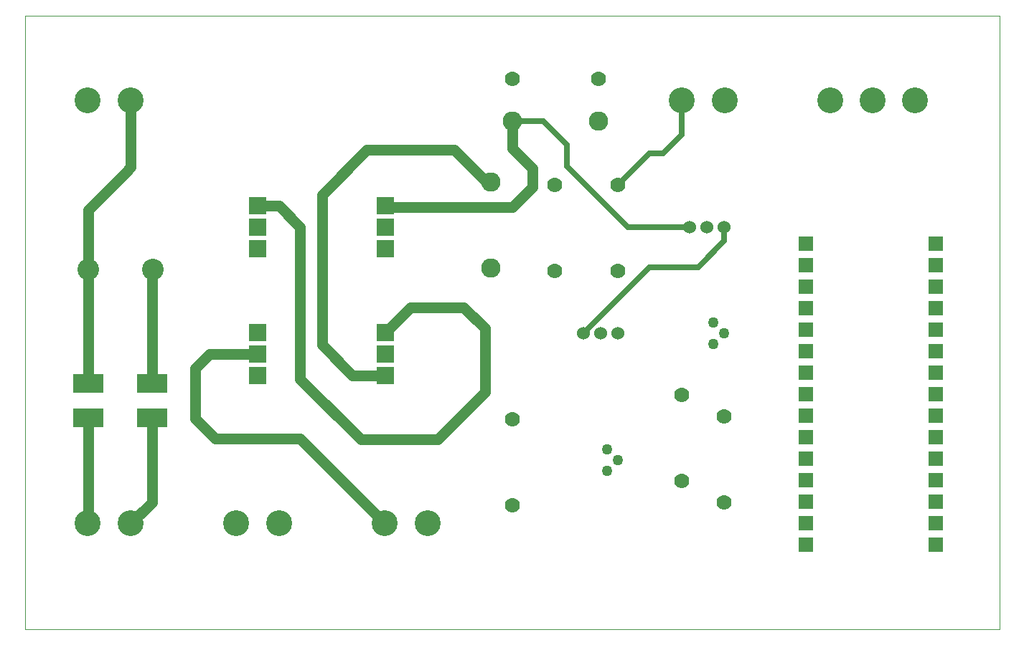
<source format=gbr>
G04 PROTEUS GERBER X2 FILE*
%TF.GenerationSoftware,Labcenter,Proteus,8.15-SP1-Build34318*%
%TF.CreationDate,2023-11-28T19:51:24+00:00*%
%TF.FileFunction,Copper,L1,Top*%
%TF.FilePolarity,Positive*%
%TF.Part,Single*%
%TF.SameCoordinates,{4b54416f-b8ac-4c38-86d9-f2280a18938b}*%
%FSLAX45Y45*%
%MOMM*%
G01*
%TA.AperFunction,Conductor*%
%ADD10C,1.270000*%
%ADD11C,0.635000*%
%TA.AperFunction,ComponentPad*%
%ADD12C,3.048000*%
%TA.AperFunction,ComponentPad*%
%ADD13C,1.778000*%
%TA.AperFunction,ComponentPad*%
%ADD14C,1.270000*%
%ADD15C,1.524000*%
%TA.AperFunction,ComponentPad*%
%ADD16C,2.286000*%
%TA.AperFunction,ComponentPad*%
%ADD17R,2.032000X2.032000*%
%TA.AperFunction,SMDPad,CuDef*%
%ADD18R,3.606800X2.260600*%
%TA.AperFunction,ComponentPad*%
%ADD19R,1.778000X1.778000*%
%TA.AperFunction,ComponentPad*%
%ADD70C,2.540000*%
%TA.AperFunction,Profile*%
%ADD71C,0.101600*%
%TD.AperFunction*%
D10*
X-2500000Y+2750000D02*
X-2500000Y+1508000D01*
X-2508000Y+1500000D01*
X-1750000Y+2750000D02*
X-1750000Y+1750000D01*
X-2000000Y+1500000D01*
X+1000000Y+3246000D02*
X+617334Y+3246000D01*
X+605080Y+3258254D01*
X+255662Y+3607672D01*
X+255662Y+4944867D01*
X+255662Y+5381640D01*
X+786508Y+5912486D01*
X+1814604Y+5912486D01*
X+1848202Y+5878888D01*
X+2195090Y+5532000D01*
X+2250000Y+5532000D01*
X+1000000Y+3754000D02*
X+1298380Y+4052380D01*
X+1928677Y+4052380D01*
X+2177301Y+3803756D01*
X+2177301Y+3051165D01*
X+1619576Y+2493440D01*
X+712434Y+2493440D01*
X+0Y+3205874D01*
X+0Y+5000000D01*
X-250000Y+5250000D01*
X-500000Y+5250000D01*
X+992000Y+1500000D02*
X-8000Y+2500000D01*
X-1000000Y+2500000D01*
X-1236243Y+2736243D01*
X-1236243Y+2836138D01*
X-1236243Y+3333386D01*
X-1068253Y+3501376D01*
X-501376Y+3501376D01*
X-500000Y+3500000D01*
D11*
X+3343600Y+3750000D02*
X+4121695Y+4528095D01*
X+4693492Y+4528095D01*
X+5000000Y+4834603D01*
X+5000000Y+5000000D01*
D10*
X-2500000Y+4500000D02*
X-2500000Y+3150000D01*
X-1750000Y+3150000D02*
X-1750000Y+4488000D01*
X-1738000Y+4500000D01*
X-2500000Y+4500000D02*
X-2500000Y+5206586D01*
X-2059682Y+5646904D01*
X-2000000Y+5706586D01*
X-2000000Y+6500000D01*
D11*
X+3750000Y+5500000D02*
X+4118650Y+5868650D01*
X+4280238Y+5868650D01*
X+4500000Y+6088412D01*
X+4500000Y+6500000D01*
D10*
X+2500000Y+6250000D02*
X+2500000Y+5932964D01*
X+2739313Y+5693651D01*
X+2739313Y+5471905D01*
X+2725874Y+5458466D01*
X+2504128Y+5236720D01*
X+2436932Y+5236720D01*
X+1017280Y+5236720D01*
X+1000000Y+5254000D01*
D11*
X+4593600Y+5000000D02*
X+3863017Y+5000000D01*
X+3142487Y+5720530D01*
X+3142487Y+5975874D01*
X+3122329Y+5996032D01*
X+2868361Y+6250000D01*
X+2500000Y+6250000D01*
D12*
X+7250000Y+6500000D03*
X+6749620Y+6500000D03*
X+6249240Y+6500000D03*
D13*
X+5000000Y+1750000D03*
X+5000000Y+2766000D03*
X+4500000Y+2000000D03*
X+4500000Y+3016000D03*
D14*
X+4873000Y+3623000D03*
X+5000000Y+3750000D03*
X+4873000Y+3877000D03*
X+3623000Y+2123000D03*
X+3750000Y+2250000D03*
X+3623000Y+2377000D03*
D15*
X+4593600Y+5000000D03*
X+4796800Y+5000000D03*
X+5000000Y+5000000D03*
D12*
X+4500000Y+6500000D03*
X+5008000Y+6500000D03*
D13*
X+3750000Y+5500000D03*
X+3750000Y+4484000D03*
X+2500000Y+6750000D03*
X+3516000Y+6750000D03*
D16*
X+3516000Y+6250000D03*
X+2500000Y+6250000D03*
D15*
X+3750000Y+3750000D03*
X+3546800Y+3750000D03*
X+3343600Y+3750000D03*
D13*
X+2500000Y+2734000D03*
X+2500000Y+1718000D03*
X+3000000Y+5500000D03*
X+3000000Y+4484000D03*
D16*
X+2250000Y+5532000D03*
X+2250000Y+4516000D03*
D17*
X+1000000Y+5254000D03*
X+1000000Y+5000000D03*
X+1000000Y+4746000D03*
X+1000000Y+3754000D03*
X+1000000Y+3500000D03*
X+1000000Y+3246000D03*
X-500000Y+5250000D03*
X-500000Y+4996000D03*
X-500000Y+4742000D03*
X-500000Y+3754000D03*
X-500000Y+3500000D03*
X-500000Y+3246000D03*
D12*
X-250000Y+1500000D03*
X-758000Y+1500000D03*
X+1500000Y+1500000D03*
X+992000Y+1500000D03*
X-2000000Y+1500000D03*
X-2508000Y+1500000D03*
D18*
X-1750000Y+2750000D03*
X-1750000Y+3150000D03*
X-2500000Y+2750000D03*
X-2500000Y+3150000D03*
D19*
X+7500000Y+1500000D03*
X+5962500Y+4040000D03*
X+5962500Y+4294000D03*
X+7500000Y+3786000D03*
X+7500000Y+1754000D03*
X+7500000Y+4548000D03*
X+5962500Y+2262000D03*
X+5962500Y+2008000D03*
X+5962500Y+1754000D03*
X+5962500Y+1500000D03*
X+5962500Y+1246000D03*
X+7500000Y+1246000D03*
X+7500000Y+2008000D03*
X+7500000Y+2262000D03*
X+7500000Y+2516000D03*
X+7500000Y+2770000D03*
X+7500000Y+3024000D03*
X+7500000Y+3278000D03*
X+5962500Y+4548000D03*
X+5962500Y+4802000D03*
X+5962500Y+3786000D03*
X+5962500Y+3532000D03*
X+5962500Y+3278000D03*
X+5962500Y+3024000D03*
X+5962500Y+2770000D03*
X+5962500Y+2516000D03*
X+7500000Y+4294000D03*
X+7500000Y+3532000D03*
X+7500000Y+4040000D03*
X+7500000Y+4802000D03*
D70*
X-1738000Y+4500000D03*
X-2500000Y+4500000D03*
D12*
X-2508000Y+6500000D03*
X-2000000Y+6500000D03*
D71*
X-3250000Y+250000D02*
X+8250000Y+250000D01*
X+8250000Y+7500000D01*
X-3250000Y+7500000D01*
X-3250000Y+250000D01*
M02*

</source>
